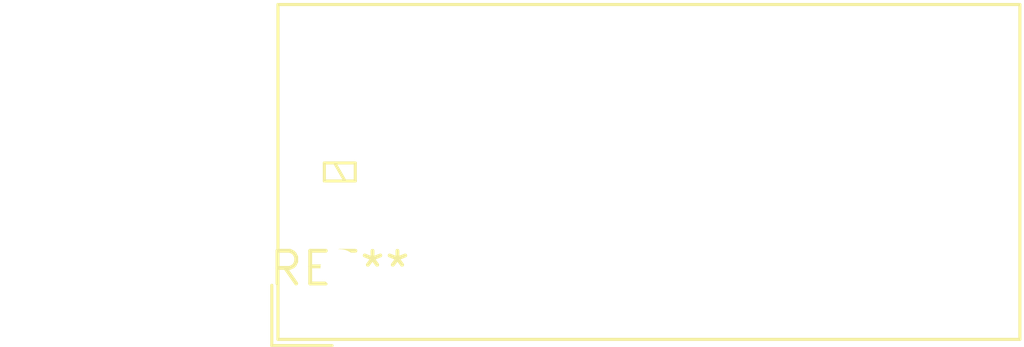
<source format=kicad_pcb>
(kicad_pcb (version 20240108) (generator pcbnew)
  (layers (0 "F.Cu" signal) (31 "B.Cu" signal) (34 "B.Paste" user) (35 "F.Paste" user) (36 "B.SilkS" user "B.Silkscreen") (37 "F.SilkS" user "F.Silkscreen") (38 "B.Mask" user) (39 "F.Mask" user) (44 "Edge.Cuts" user))
  (net 0 "")
  (footprint "Relay_DPDT_Panasonic_JW2" (layer "F.Cu") (at 0 0)
    (property "Reference" "REF**")
    (property "Value" "Relay_DPDT_Panasonic_JW2")
    (fp_line (start -2.64 2.99) (end -2.64 0.65) (layer "F.SilkS") (stroke (width 0.12)))
    (fp_line (start -2.4 -10.25) (end -2.4 2.75) (layer "F.SilkS") (stroke (width 0.12)))
    (fp_line (start -2.4 2.75) (end 26.4 2.75) (layer "F.SilkS") (stroke (width 0.12)))
    (fp_line (start -0.6 -4.1) (end -0.6 -3.4) (layer "F.SilkS") (stroke (width 0.12)))
    (fp_line (start -0.6 -3.4) (end 0.6 -3.4) (layer "F.SilkS") (stroke (width 0.12)))
    (fp_line (start -0.3 2.99) (end -2.64 2.99) (layer "F.SilkS") (stroke (width 0.12)))
    (fp_line (start 0.2 -3.4) (end -0.2 -4.1) (layer "F.SilkS") (stroke (width 0.12)))
    (fp_line (start 0.6 -4.1) (end -0.6 -4.1) (layer "F.SilkS") (stroke (width 0.12)))
    (fp_line (start 0.6 -3.4) (end 0.6 -4.1) (layer "F.SilkS") (stroke (width 0.12)))
    (fp_line (start 26.4 -10.25) (end -2.4 -10.25) (layer "F.SilkS") (stroke (width 0.12)))
    (fp_line (start 26.4 2.75) (end 26.4 -10.25) (layer "F.SilkS") (stroke (width 0.12)))
    (pad "1" thru_hole rect (at 0 0 90) (size 2.5 2.5) (drill 1.5) (layers *.Cu *.Mask) (remove_unused_layers))
    (pad "2" thru_hole oval (at 15 0 90) (size 2.5 2.5) (drill 1.5) (layers *.Cu *.Mask) (remove_unused_layers))
    (pad "3" thru_hole oval (at 20 0 90) (size 2.5 2.5) (drill 1.5) (layers *.Cu *.Mask) (remove_unused_layers))
    (pad "4" thru_hole oval (at 25 0 90) (size 2.5 2.5) (drill 1.5) (layers *.Cu *.Mask) (remove_unused_layers))
    (pad "5" thru_hole oval (at 25 -7.5 90) (size 2.5 2.5) (drill 1.5) (layers *.Cu *.Mask) (remove_unused_layers))
    (pad "6" thru_hole oval (at 20 -7.5 90) (size 2.5 2.5) (drill 1.5) (layers *.Cu *.Mask) (remove_unused_layers))
    (pad "7" thru_hole oval (at 15 -7.5 90) (size 2.5 2.5) (drill 1.5) (layers *.Cu *.Mask) (remove_unused_layers))
    (pad "8" thru_hole oval (at 0 -7.5 90) (size 2.5 2.5) (drill 1.5) (layers *.Cu *.Mask) (remove_unused_layers))
  )
)
</source>
